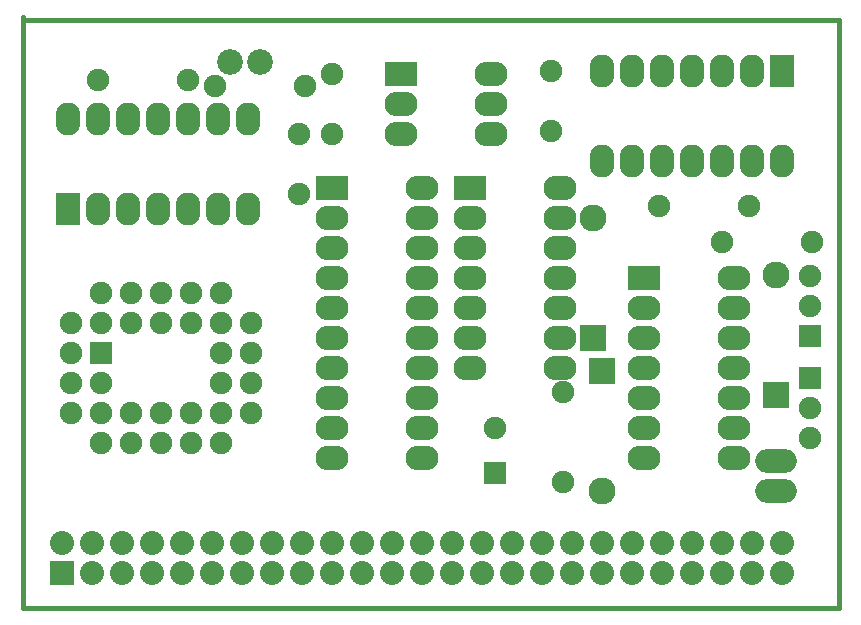
<source format=gts>
G04 (created by PCBNEW-RS274X (2011-07-08 BZR 3044)-stable) date 06/10/2012 12:04:17*
G01*
G70*
G90*
%MOIN*%
G04 Gerber Fmt 3.4, Leading zero omitted, Abs format*
%FSLAX34Y34*%
G04 APERTURE LIST*
%ADD10C,0.006000*%
%ADD11C,0.015000*%
%ADD12C,0.075000*%
%ADD13R,0.082000X0.110000*%
%ADD14O,0.082000X0.110000*%
%ADD15R,0.075000X0.075000*%
%ADD16C,0.090000*%
%ADD17R,0.090000X0.090000*%
%ADD18R,0.110000X0.082000*%
%ADD19O,0.110000X0.082000*%
%ADD20O,0.138700X0.079300*%
%ADD21C,0.086000*%
%ADD22R,0.080000X0.080000*%
%ADD23C,0.080000*%
G04 APERTURE END LIST*
G54D10*
G54D11*
X07000Y-08100D02*
X07000Y-08000D01*
X34200Y-08100D02*
X07000Y-08100D01*
X34200Y-27700D02*
X34200Y-08100D01*
X07000Y-27700D02*
X34200Y-27700D01*
X07000Y-08100D02*
X07000Y-27700D01*
G54D12*
X16200Y-11900D03*
X16200Y-13900D03*
X17300Y-09900D03*
X17300Y-11900D03*
X24600Y-11800D03*
X24600Y-09800D03*
G54D13*
X08500Y-14400D03*
G54D14*
X09500Y-14400D03*
X10500Y-14400D03*
X11500Y-14400D03*
X12500Y-14400D03*
X13500Y-14400D03*
X14500Y-14400D03*
X14500Y-11400D03*
X13500Y-11400D03*
X12500Y-11400D03*
X11500Y-11400D03*
X10500Y-11400D03*
X09500Y-11400D03*
X08500Y-11400D03*
G54D15*
X22750Y-23200D03*
G54D12*
X22750Y-21700D03*
G54D16*
X26000Y-14700D03*
G54D17*
X26000Y-18700D03*
G54D12*
X25000Y-20500D03*
X25000Y-23500D03*
G54D16*
X26300Y-23800D03*
G54D17*
X26300Y-19800D03*
G54D15*
X33250Y-20050D03*
G54D12*
X33250Y-21050D03*
X33250Y-22050D03*
G54D15*
X33250Y-18650D03*
G54D12*
X33250Y-17650D03*
X33250Y-16650D03*
X16400Y-10300D03*
X13400Y-10300D03*
X12500Y-10100D03*
X09500Y-10100D03*
X30300Y-15500D03*
X33300Y-15500D03*
G54D18*
X19600Y-09900D03*
G54D19*
X19600Y-10900D03*
X19600Y-11900D03*
X22600Y-11900D03*
X22600Y-10900D03*
X22600Y-09900D03*
G54D18*
X27700Y-16700D03*
G54D19*
X27700Y-17700D03*
X27700Y-18700D03*
X27700Y-19700D03*
X27700Y-20700D03*
X27700Y-21700D03*
X27700Y-22700D03*
X30700Y-22700D03*
X30700Y-21700D03*
X30700Y-20700D03*
X30700Y-19700D03*
X30700Y-18700D03*
X30700Y-17700D03*
X30700Y-16700D03*
G54D15*
X09600Y-19200D03*
G54D12*
X08600Y-20200D03*
X09600Y-20200D03*
X08600Y-21200D03*
X09600Y-22200D03*
X09600Y-21200D03*
X10600Y-22200D03*
X10600Y-21200D03*
X11600Y-22200D03*
X11600Y-21200D03*
X12600Y-22200D03*
X12600Y-21200D03*
X13600Y-22200D03*
X14600Y-21200D03*
X13600Y-21200D03*
X14600Y-20200D03*
X13600Y-20200D03*
X14600Y-19200D03*
X13600Y-19200D03*
X14600Y-18200D03*
X13600Y-17200D03*
X13600Y-18200D03*
X12600Y-17200D03*
X12600Y-18200D03*
X11600Y-17200D03*
X11600Y-18200D03*
X10600Y-17200D03*
X10600Y-18200D03*
X09600Y-18200D03*
X08600Y-19200D03*
X09600Y-17200D03*
X08600Y-18200D03*
G54D13*
X32300Y-09800D03*
G54D14*
X31300Y-09800D03*
X30300Y-09800D03*
X29300Y-09800D03*
X28300Y-09800D03*
X27300Y-09800D03*
X26300Y-09800D03*
X26300Y-12800D03*
X27300Y-12800D03*
X28300Y-12800D03*
X29300Y-12800D03*
X30300Y-12800D03*
X31300Y-12800D03*
X32300Y-12800D03*
G54D18*
X21900Y-13700D03*
G54D19*
X21900Y-14700D03*
X21900Y-15700D03*
X21900Y-16700D03*
X21900Y-17700D03*
X21900Y-18700D03*
X21900Y-19700D03*
X24900Y-19700D03*
X24900Y-18700D03*
X24900Y-17700D03*
X24900Y-16700D03*
X24900Y-15700D03*
X24900Y-14700D03*
X24900Y-13700D03*
G54D18*
X17300Y-13700D03*
G54D19*
X17300Y-14700D03*
X17300Y-15700D03*
X17300Y-16700D03*
X17300Y-17700D03*
X17300Y-18700D03*
X17300Y-19700D03*
X17300Y-20700D03*
X17300Y-21700D03*
X17300Y-22700D03*
X20300Y-22700D03*
X20300Y-21700D03*
X20300Y-20700D03*
X20300Y-19700D03*
X20300Y-18700D03*
X20300Y-17700D03*
X20300Y-16700D03*
X20300Y-15700D03*
X20300Y-14700D03*
X20300Y-13700D03*
G54D16*
X32100Y-16600D03*
G54D17*
X32100Y-20600D03*
G54D20*
X32100Y-22800D03*
X32100Y-23800D03*
G54D21*
X14900Y-09500D03*
X13900Y-09500D03*
G54D12*
X31200Y-14300D03*
X28200Y-14300D03*
G54D22*
X08294Y-26531D03*
G54D23*
X08294Y-25531D03*
X09294Y-26531D03*
X09294Y-25531D03*
X10294Y-26531D03*
X10294Y-25531D03*
X11294Y-26531D03*
X11294Y-25531D03*
X12294Y-26531D03*
X12294Y-25531D03*
X13294Y-26531D03*
X13294Y-25531D03*
X14294Y-26531D03*
X14294Y-25531D03*
X15294Y-26531D03*
X15294Y-25531D03*
X16294Y-26531D03*
X16294Y-25531D03*
X17294Y-26531D03*
X17294Y-25531D03*
X18294Y-26531D03*
X18294Y-25531D03*
X19294Y-26531D03*
X19294Y-25531D03*
X20294Y-26531D03*
X20294Y-25531D03*
X21294Y-26531D03*
X21294Y-25531D03*
X22294Y-26531D03*
X22294Y-25531D03*
X23294Y-26531D03*
X23294Y-25531D03*
X24294Y-26531D03*
X24294Y-25531D03*
X25294Y-26531D03*
X25294Y-25531D03*
X26294Y-26531D03*
X26294Y-25531D03*
X27294Y-26531D03*
X27294Y-25531D03*
X28294Y-26531D03*
X28294Y-25531D03*
X29294Y-26531D03*
X29294Y-25531D03*
X30294Y-26531D03*
X30294Y-25531D03*
X31294Y-26531D03*
X31294Y-25531D03*
X32294Y-26531D03*
X32294Y-25531D03*
M02*

</source>
